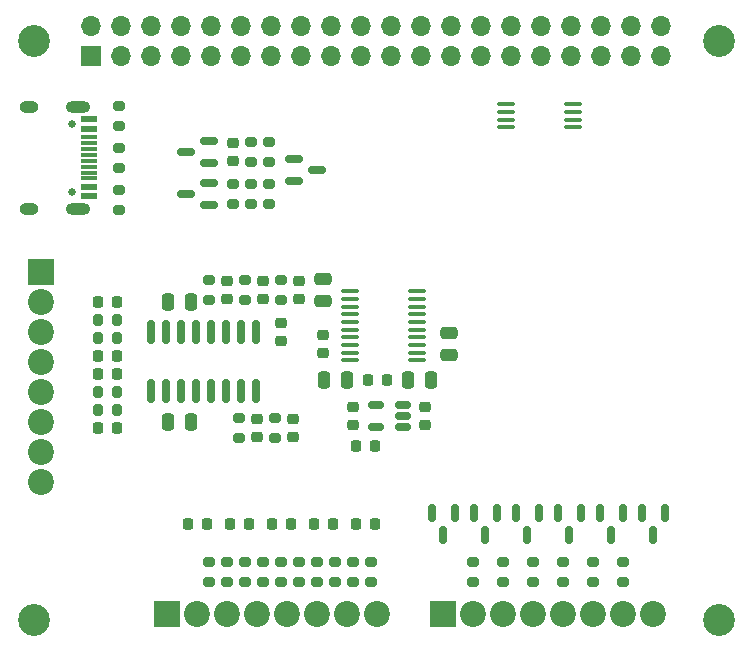
<source format=gbs>
G04 #@! TF.GenerationSoftware,KiCad,Pcbnew,(6.0.6)*
G04 #@! TF.CreationDate,2022-10-01T16:28:01+02:00*
G04 #@! TF.ProjectId,Phoniebox,50686f6e-6965-4626-9f78-2e6b69636164,rev?*
G04 #@! TF.SameCoordinates,Original*
G04 #@! TF.FileFunction,Soldermask,Bot*
G04 #@! TF.FilePolarity,Negative*
%FSLAX46Y46*%
G04 Gerber Fmt 4.6, Leading zero omitted, Abs format (unit mm)*
G04 Created by KiCad (PCBNEW (6.0.6)) date 2022-10-01 16:28:01*
%MOMM*%
%LPD*%
G01*
G04 APERTURE LIST*
G04 Aperture macros list*
%AMRoundRect*
0 Rectangle with rounded corners*
0 $1 Rounding radius*
0 $2 $3 $4 $5 $6 $7 $8 $9 X,Y pos of 4 corners*
0 Add a 4 corners polygon primitive as box body*
4,1,4,$2,$3,$4,$5,$6,$7,$8,$9,$2,$3,0*
0 Add four circle primitives for the rounded corners*
1,1,$1+$1,$2,$3*
1,1,$1+$1,$4,$5*
1,1,$1+$1,$6,$7*
1,1,$1+$1,$8,$9*
0 Add four rect primitives between the rounded corners*
20,1,$1+$1,$2,$3,$4,$5,0*
20,1,$1+$1,$4,$5,$6,$7,0*
20,1,$1+$1,$6,$7,$8,$9,0*
20,1,$1+$1,$8,$9,$2,$3,0*%
G04 Aperture macros list end*
%ADD10RoundRect,0.150000X0.512500X0.150000X-0.512500X0.150000X-0.512500X-0.150000X0.512500X-0.150000X0*%
%ADD11RoundRect,0.250000X-0.475000X0.250000X-0.475000X-0.250000X0.475000X-0.250000X0.475000X0.250000X0*%
%ADD12RoundRect,0.250000X-0.250000X-0.475000X0.250000X-0.475000X0.250000X0.475000X-0.250000X0.475000X0*%
%ADD13RoundRect,0.250000X0.475000X-0.250000X0.475000X0.250000X-0.475000X0.250000X-0.475000X-0.250000X0*%
%ADD14RoundRect,0.250000X0.250000X0.475000X-0.250000X0.475000X-0.250000X-0.475000X0.250000X-0.475000X0*%
%ADD15RoundRect,0.225000X-0.225000X-0.250000X0.225000X-0.250000X0.225000X0.250000X-0.225000X0.250000X0*%
%ADD16C,2.700000*%
%ADD17R,2.200000X2.200000*%
%ADD18C,2.200000*%
%ADD19R,1.700000X1.700000*%
%ADD20O,1.700000X1.700000*%
%ADD21RoundRect,0.225000X-0.250000X0.225000X-0.250000X-0.225000X0.250000X-0.225000X0.250000X0.225000X0*%
%ADD22RoundRect,0.200000X-0.275000X0.200000X-0.275000X-0.200000X0.275000X-0.200000X0.275000X0.200000X0*%
%ADD23RoundRect,0.150000X-0.150000X0.587500X-0.150000X-0.587500X0.150000X-0.587500X0.150000X0.587500X0*%
%ADD24RoundRect,0.100000X0.637500X0.100000X-0.637500X0.100000X-0.637500X-0.100000X0.637500X-0.100000X0*%
%ADD25RoundRect,0.200000X0.200000X0.275000X-0.200000X0.275000X-0.200000X-0.275000X0.200000X-0.275000X0*%
%ADD26RoundRect,0.200000X0.275000X-0.200000X0.275000X0.200000X-0.275000X0.200000X-0.275000X-0.200000X0*%
%ADD27RoundRect,0.100000X-0.637500X-0.100000X0.637500X-0.100000X0.637500X0.100000X-0.637500X0.100000X0*%
%ADD28RoundRect,0.225000X0.250000X-0.225000X0.250000X0.225000X-0.250000X0.225000X-0.250000X-0.225000X0*%
%ADD29RoundRect,0.150000X-0.150000X0.850000X-0.150000X-0.850000X0.150000X-0.850000X0.150000X0.850000X0*%
%ADD30RoundRect,0.225000X0.225000X0.250000X-0.225000X0.250000X-0.225000X-0.250000X0.225000X-0.250000X0*%
%ADD31RoundRect,0.150000X0.587500X0.150000X-0.587500X0.150000X-0.587500X-0.150000X0.587500X-0.150000X0*%
%ADD32C,0.650000*%
%ADD33R,1.450000X0.600000*%
%ADD34R,1.450000X0.300000*%
%ADD35O,2.100000X1.000000*%
%ADD36O,1.600000X1.000000*%
%ADD37RoundRect,0.150000X-0.587500X-0.150000X0.587500X-0.150000X0.587500X0.150000X-0.587500X0.150000X0*%
G04 APERTURE END LIST*
D10*
X132462407Y-78298000D03*
X132462407Y-80198000D03*
X134737407Y-80198000D03*
X134737407Y-79248000D03*
X134737407Y-78298000D03*
D11*
X138679907Y-72202000D03*
X138679907Y-74102000D03*
D12*
X135189907Y-76200000D03*
X137089907Y-76200000D03*
D13*
X128016000Y-69530000D03*
X128016000Y-67630000D03*
D14*
X129977907Y-76200000D03*
X128077907Y-76200000D03*
D15*
X108953000Y-80264000D03*
X110503000Y-80264000D03*
X108953000Y-75692000D03*
X110503000Y-75692000D03*
X108953000Y-74168000D03*
X110503000Y-74168000D03*
X108953000Y-69596000D03*
X110503000Y-69596000D03*
D14*
X116774000Y-79756000D03*
X114874000Y-79756000D03*
X116774000Y-69596000D03*
X114874000Y-69596000D03*
D16*
X161500000Y-47500000D03*
X103500000Y-96500000D03*
X103500000Y-47500000D03*
D17*
X104140000Y-67056000D03*
D18*
X104140000Y-69596000D03*
X104140000Y-72136000D03*
X104140000Y-74676000D03*
X104140000Y-77216000D03*
X104140000Y-79756000D03*
X104140000Y-82296000D03*
X104140000Y-84836000D03*
D16*
X161500000Y-96500000D03*
D17*
X114808000Y-96012000D03*
D18*
X117348000Y-96012000D03*
X119888000Y-96012000D03*
X122428000Y-96012000D03*
X124968000Y-96012000D03*
X127508000Y-96012000D03*
X130048000Y-96012000D03*
X132588000Y-96012000D03*
X155956000Y-96012000D03*
X153416000Y-96012000D03*
X150876000Y-96012000D03*
X148336000Y-96012000D03*
X145796000Y-96012000D03*
X143256000Y-96012000D03*
X140716000Y-96012000D03*
D17*
X138176000Y-96012000D03*
D19*
X108370000Y-48770000D03*
D20*
X108370000Y-46230000D03*
X110910000Y-48770000D03*
X110910000Y-46230000D03*
X113450000Y-48770000D03*
X113450000Y-46230000D03*
X115990000Y-48770000D03*
X115990000Y-46230000D03*
X118530000Y-48770000D03*
X118530000Y-46230000D03*
X121070000Y-48770000D03*
X121070000Y-46230000D03*
X123610000Y-48770000D03*
X123610000Y-46230000D03*
X126150000Y-48770000D03*
X126150000Y-46230000D03*
X128690000Y-48770000D03*
X128690000Y-46230000D03*
X131230000Y-48770000D03*
X131230000Y-46230000D03*
X133770000Y-48770000D03*
X133770000Y-46230000D03*
X136310000Y-48770000D03*
X136310000Y-46230000D03*
X138850000Y-48770000D03*
X138850000Y-46230000D03*
X141390000Y-48770000D03*
X141390000Y-46230000D03*
X143930000Y-48770000D03*
X143930000Y-46230000D03*
X146470000Y-48770000D03*
X146470000Y-46230000D03*
X149010000Y-48770000D03*
X149010000Y-46230000D03*
X151550000Y-48770000D03*
X151550000Y-46230000D03*
X154090000Y-48770000D03*
X154090000Y-46230000D03*
X156630000Y-48770000D03*
X156630000Y-46230000D03*
D21*
X124460000Y-71361000D03*
X124460000Y-72911000D03*
D22*
X121920000Y-56071000D03*
X121920000Y-57721000D03*
D21*
X125984000Y-67805000D03*
X125984000Y-69355000D03*
D22*
X130556000Y-91631000D03*
X130556000Y-93281000D03*
D23*
X140782000Y-87454500D03*
X142682000Y-87454500D03*
X141732000Y-89329500D03*
D24*
X149166500Y-52873000D03*
X149166500Y-53523000D03*
X149166500Y-54173000D03*
X149166500Y-54823000D03*
X143441500Y-54823000D03*
X143441500Y-54173000D03*
X143441500Y-53523000D03*
X143441500Y-52873000D03*
D21*
X119888000Y-67805000D03*
X119888000Y-69355000D03*
D25*
X110553000Y-78740000D03*
X108903000Y-78740000D03*
D22*
X110744000Y-60135000D03*
X110744000Y-61785000D03*
D26*
X110744000Y-54673000D03*
X110744000Y-53023000D03*
D23*
X155006000Y-87454500D03*
X156906000Y-87454500D03*
X155956000Y-89329500D03*
D22*
X153416000Y-91631000D03*
X153416000Y-93281000D03*
D26*
X129032000Y-93281000D03*
X129032000Y-91631000D03*
D25*
X110553000Y-72644000D03*
X108903000Y-72644000D03*
D22*
X145796000Y-93281000D03*
X145796000Y-91631000D03*
D26*
X132080000Y-93281000D03*
X132080000Y-91631000D03*
D27*
X135954407Y-74553000D03*
X135954407Y-73903000D03*
X135954407Y-73253000D03*
X135954407Y-72603000D03*
X135954407Y-71953000D03*
X135954407Y-71303000D03*
X135954407Y-70653000D03*
X135954407Y-70003000D03*
X135954407Y-69353000D03*
X135954407Y-68703000D03*
X130229407Y-68703000D03*
X130229407Y-69353000D03*
X130229407Y-70003000D03*
X130229407Y-70653000D03*
X130229407Y-71303000D03*
X130229407Y-71953000D03*
X130229407Y-72603000D03*
X130229407Y-73253000D03*
X130229407Y-73903000D03*
X130229407Y-74553000D03*
D28*
X136647907Y-78473000D03*
X136647907Y-80023000D03*
D23*
X147894000Y-87454500D03*
X149794000Y-87454500D03*
X148844000Y-89329500D03*
X144338000Y-87454500D03*
X146238000Y-87454500D03*
X145288000Y-89329500D03*
D29*
X113411000Y-72176000D03*
X114681000Y-72176000D03*
X115951000Y-72176000D03*
X117221000Y-72176000D03*
X118491000Y-72176000D03*
X119761000Y-72176000D03*
X121031000Y-72176000D03*
X122301000Y-72176000D03*
X122301000Y-77176000D03*
X121031000Y-77176000D03*
X119761000Y-77176000D03*
X118491000Y-77176000D03*
X117221000Y-77176000D03*
X115951000Y-77176000D03*
X114681000Y-77176000D03*
X113411000Y-77176000D03*
D26*
X119888000Y-93281000D03*
X119888000Y-91631000D03*
D30*
X125235000Y-88392000D03*
X123685000Y-88392000D03*
X121679000Y-88392000D03*
X120129000Y-88392000D03*
D28*
X130551907Y-78473000D03*
X130551907Y-80023000D03*
D25*
X110553000Y-71120000D03*
X108903000Y-71120000D03*
D21*
X128011907Y-73927000D03*
X128011907Y-72377000D03*
D22*
X124460000Y-91631000D03*
X124460000Y-93281000D03*
D26*
X121920000Y-61277000D03*
X121920000Y-59627000D03*
D31*
X118285500Y-55946000D03*
X118285500Y-57846000D03*
X116410500Y-56896000D03*
D15*
X132342907Y-81788000D03*
X130792907Y-81788000D03*
D22*
X140716000Y-91631000D03*
X140716000Y-93281000D03*
D26*
X124460000Y-69405000D03*
X124460000Y-67755000D03*
D21*
X122936000Y-67805000D03*
X122936000Y-69355000D03*
D26*
X123444000Y-61277000D03*
X123444000Y-59627000D03*
D21*
X120396000Y-56121000D03*
X120396000Y-57671000D03*
D15*
X127241000Y-88392000D03*
X128791000Y-88392000D03*
D22*
X123444000Y-56071000D03*
X123444000Y-57721000D03*
X121412000Y-91631000D03*
X121412000Y-93281000D03*
D32*
X106740000Y-54514000D03*
X106740000Y-60294000D03*
D33*
X108185000Y-60654000D03*
X108185000Y-59854000D03*
D34*
X108185000Y-58654000D03*
X108185000Y-57654000D03*
X108185000Y-57154000D03*
X108185000Y-56154000D03*
D33*
X108185000Y-54954000D03*
X108185000Y-54154000D03*
X108185000Y-54154000D03*
X108185000Y-54954000D03*
D34*
X108185000Y-55654000D03*
X108185000Y-56654000D03*
X108185000Y-58154000D03*
X108185000Y-59154000D03*
D33*
X108185000Y-59854000D03*
X108185000Y-60654000D03*
D35*
X107270000Y-61724000D03*
D36*
X103090000Y-61724000D03*
D35*
X107270000Y-53084000D03*
D36*
X103090000Y-53084000D03*
D22*
X143256000Y-93281000D03*
X143256000Y-91631000D03*
D26*
X125984000Y-93281000D03*
X125984000Y-91631000D03*
D22*
X121412000Y-67755000D03*
X121412000Y-69405000D03*
D23*
X137226000Y-87454500D03*
X139126000Y-87454500D03*
X138176000Y-89329500D03*
D22*
X150876000Y-93281000D03*
X150876000Y-91631000D03*
X118364000Y-91631000D03*
X118364000Y-93281000D03*
X148336000Y-93281000D03*
X148336000Y-91631000D03*
D30*
X118123000Y-88392000D03*
X116573000Y-88392000D03*
D15*
X130797000Y-88392000D03*
X132347000Y-88392000D03*
D23*
X151450000Y-87454500D03*
X153350000Y-87454500D03*
X152400000Y-89329500D03*
D28*
X122428000Y-81039000D03*
X122428000Y-79489000D03*
D37*
X125554500Y-59370000D03*
X125554500Y-57470000D03*
X127429500Y-58420000D03*
D26*
X122936000Y-93281000D03*
X122936000Y-91631000D03*
D15*
X133358907Y-76200000D03*
X131808907Y-76200000D03*
D22*
X120396000Y-59627000D03*
X120396000Y-61277000D03*
X127508000Y-91631000D03*
X127508000Y-93281000D03*
D31*
X118285500Y-59502000D03*
X118285500Y-61402000D03*
X116410500Y-60452000D03*
D26*
X118364000Y-69405000D03*
X118364000Y-67755000D03*
D22*
X123952000Y-79439000D03*
X123952000Y-81089000D03*
D28*
X125476000Y-81039000D03*
X125476000Y-79489000D03*
D26*
X110744000Y-58229000D03*
X110744000Y-56579000D03*
D25*
X110553000Y-77216000D03*
X108903000Y-77216000D03*
D26*
X120904000Y-81089000D03*
X120904000Y-79439000D03*
M02*

</source>
